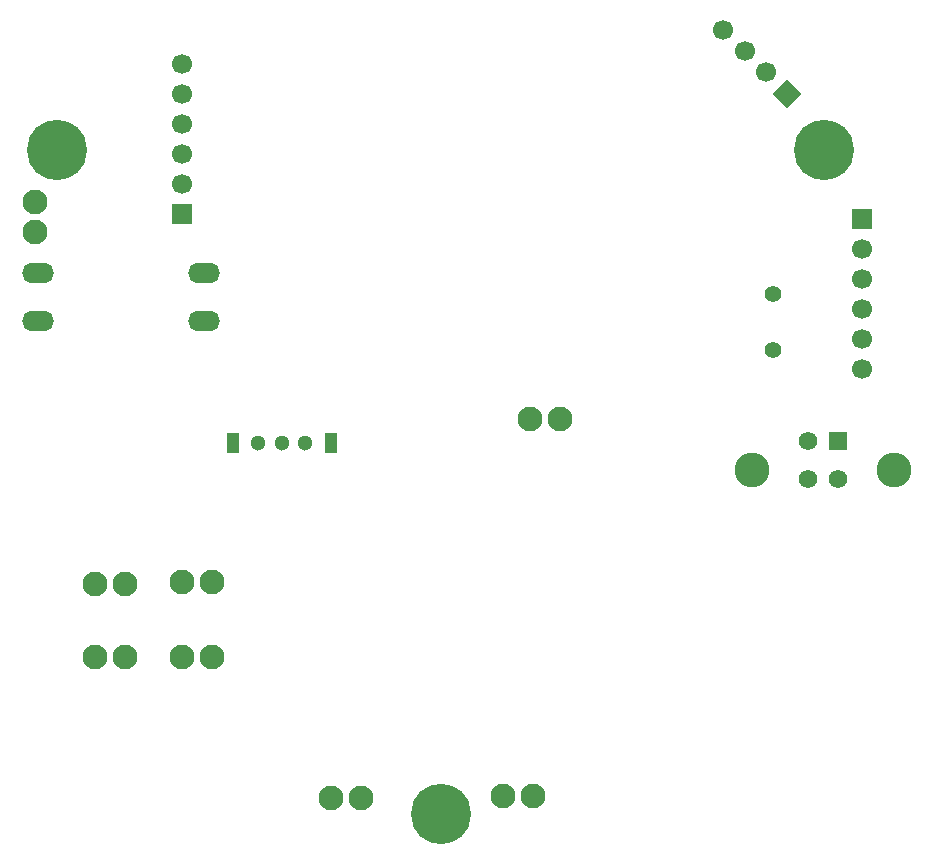
<source format=gbs>
G04*
G04 #@! TF.GenerationSoftware,Altium Limited,Altium Designer,23.9.2 (47)*
G04*
G04 Layer_Color=16711935*
%FSLAX44Y44*%
%MOMM*%
G71*
G04*
G04 #@! TF.SameCoordinates,B0C4C809-8F89-4942-82D6-759F1D8726B9*
G04*
G04*
G04 #@! TF.FilePolarity,Negative*
G04*
G01*
G75*
%ADD65C,2.1000*%
%ADD66R,1.7000X1.7000*%
%ADD67C,1.7000*%
%ADD68C,1.5580*%
%ADD69C,1.3000*%
%ADD70R,1.0000X1.8000*%
%ADD71P,2.4042X4X180.0*%
%ADD72O,2.7000X1.7000*%
%ADD73C,1.4000*%
%ADD74C,2.9500*%
%ADD75R,1.5580X1.5580*%
%ADD76C,5.1000*%
D65*
X-218694Y-241808D02*
D03*
X-193294D02*
D03*
X-267208D02*
D03*
X-292608D02*
D03*
X-193294Y-178308D02*
D03*
X-218694D02*
D03*
X-267462Y-179324D02*
D03*
X-292862D02*
D03*
X52324Y-359410D02*
D03*
X77724D02*
D03*
X-67564Y-360680D02*
D03*
X-92964D02*
D03*
X100584Y-39624D02*
D03*
X75184Y-39624D02*
D03*
X-343408Y144018D02*
D03*
Y118618D02*
D03*
D66*
X356870Y129286D02*
D03*
X-219456Y133858D02*
D03*
D67*
X356870Y53086D02*
D03*
X257212Y271362D02*
D03*
X275172Y253402D02*
D03*
X239251Y289323D02*
D03*
X356870Y2286D02*
D03*
Y103886D02*
D03*
Y78486D02*
D03*
X356870Y27686D02*
D03*
X-219456Y260858D02*
D03*
Y210058D02*
D03*
Y159258D02*
D03*
Y184658D02*
D03*
X-219456Y235458D02*
D03*
D68*
X311042Y-58424D02*
D03*
X311042Y-90424D02*
D03*
X336042D02*
D03*
D69*
X-114808Y-60198D02*
D03*
X-134808Y-60198D02*
D03*
X-154808Y-60198D02*
D03*
D70*
X-93308Y-60198D02*
D03*
X-176308D02*
D03*
D71*
X293133Y235441D02*
D03*
D72*
X-340868Y43312D02*
D03*
Y83312D02*
D03*
X-200868D02*
D03*
Y43312D02*
D03*
D73*
X281432Y66040D02*
D03*
Y18040D02*
D03*
D74*
X383542Y-83324D02*
D03*
X263542Y-83324D02*
D03*
D75*
X336042Y-58424D02*
D03*
D76*
X0Y-374650D02*
D03*
X324800Y187500D02*
D03*
X-324684D02*
D03*
M02*

</source>
